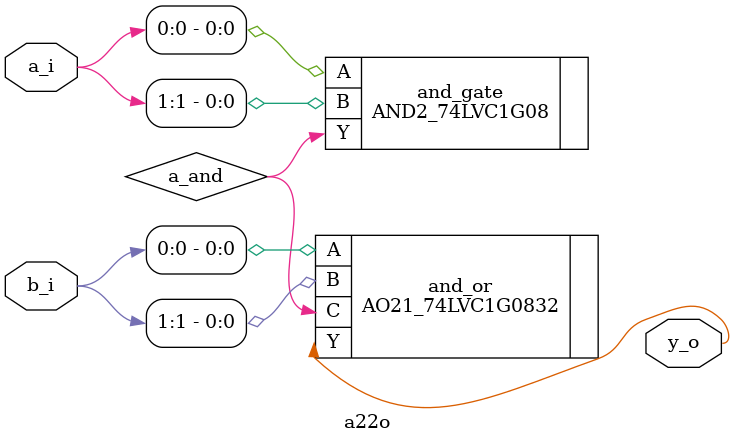
<source format=v>

module a22o (
  input [1:0] a_i,
  input [1:0] b_i,
  output      y_o
);
  wire a_and;

  AND2_74LVC1G08 and_gate (
    .A ( a_i[0] ),
    .B ( a_i[1] ),
    .Y ( a_and  )
  );

  AO21_74LVC1G0832 and_or (
    .A ( b_i[0] ),
    .B ( b_i[1] ),
    .C ( a_and  ),
    .Y ( y_o    )
  );
endmodule

</source>
